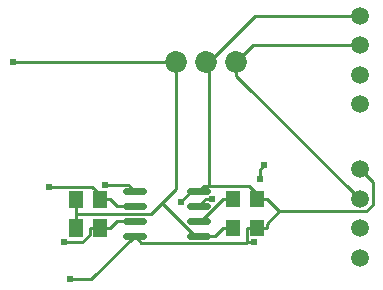
<source format=gtl>
G04 Layer: TopLayer*
G04 EasyEDA v6.5.3, 2022-04-04 11:44:29*
G04 441a04c8791b4462941eed85b5e579c0,ea473c994f494bc6b3a27bf06e4933c6,10*
G04 Gerber Generator version 0.2*
G04 Scale: 100 percent, Rotated: No, Reflected: No *
G04 Dimensions in millimeters *
G04 leading zeros omitted , absolute positions ,4 integer and 5 decimal *
%FSLAX45Y45*%
%MOMM*%

%ADD10C,0.2540*%
%ADD11C,0.5684*%
%ADD12C,0.6100*%
%ADD13R,1.1600X1.4500*%
%ADD15C,1.5000*%
%ADD16C,1.8499*%

%LPD*%
D10*
X2682697Y-2241321D02*
G01*
X2743200Y-2241321D01*
X1729486Y-2190495D02*
G01*
X1786001Y-2247011D01*
X2677007Y-2247011D01*
X2682697Y-2241321D01*
X2682697Y-2241321D02*
G01*
X2682697Y-2120900D01*
X1729486Y-2190495D02*
G01*
X1362532Y-2557449D01*
X1181100Y-2557449D01*
X2270506Y-1809495D02*
G01*
X2207513Y-1809495D01*
X2119172Y-1897837D01*
X2363724Y-1765045D02*
G01*
X2314956Y-1765045D01*
X2270506Y-1809495D01*
X2363724Y-713409D02*
G01*
X2363724Y-1765045D01*
X3634993Y-324993D02*
G01*
X2752140Y-324993D01*
X2363724Y-713409D01*
X2363724Y-713409D02*
G01*
X2336800Y-713409D01*
X2811576Y-1879600D02*
G01*
X2697022Y-1765045D01*
X2363724Y-1765045D01*
X2811576Y-1879600D02*
G01*
X2854528Y-1879600D01*
X2768600Y-1879600D02*
G01*
X2811576Y-1879600D01*
X2768600Y-2120900D02*
G01*
X2854528Y-2120900D01*
X2956483Y-1981555D02*
G01*
X2854528Y-2083511D01*
X2854528Y-2120900D01*
X3634993Y-1624990D02*
G01*
X3744163Y-1734159D01*
X3744163Y-1926209D01*
X3688816Y-1981555D01*
X2956483Y-1981555D01*
X2956483Y-1981555D02*
G01*
X2854528Y-1879600D01*
X2768600Y-2120900D02*
G01*
X2682697Y-2120900D01*
X2791307Y-1710131D02*
G01*
X2791307Y-1627759D01*
X2826816Y-1592249D01*
X2082800Y-713409D02*
G01*
X697992Y-713409D01*
X1959305Y-1912162D02*
G01*
X1871218Y-2000250D01*
X1231925Y-2000250D01*
X2082800Y-713409D02*
G01*
X2082800Y-1788668D01*
X1959305Y-1912162D01*
X1959305Y-1912162D02*
G01*
X2237613Y-2190495D01*
X2270506Y-2190495D01*
X1231925Y-2000250D02*
G01*
X1231925Y-2120925D01*
X1231925Y-1879625D02*
G01*
X1231925Y-2000250D01*
X2565400Y-2120900D02*
G01*
X2479497Y-2120900D01*
X2270506Y-2190495D02*
G01*
X2409901Y-2190495D01*
X2479497Y-2120900D01*
X1435125Y-2120925D02*
G01*
X1521028Y-2120925D01*
X1729486Y-2063495D02*
G01*
X1578457Y-2063495D01*
X1521028Y-2120925D01*
X1349197Y-2120925D02*
G01*
X1349197Y-2177034D01*
X1284401Y-2241829D01*
X1133094Y-2241829D01*
X1435125Y-2120925D02*
G01*
X1349197Y-2120925D01*
X1478076Y-1879625D02*
G01*
X1373200Y-1774748D01*
X1006094Y-1774748D01*
X1478076Y-1879625D02*
G01*
X1521028Y-1879625D01*
X1435125Y-1879625D02*
G01*
X1478076Y-1879625D01*
X1729486Y-1936495D02*
G01*
X1577898Y-1936495D01*
X1521028Y-1879625D01*
X2382748Y-1872945D02*
G01*
X2334056Y-1872945D01*
X2270506Y-1936495D01*
X1478534Y-1756841D02*
G01*
X1676831Y-1756841D01*
X1729486Y-1809495D01*
X3634993Y-575005D02*
G01*
X2729204Y-575005D01*
X2590800Y-713409D01*
X3634993Y-1875002D02*
G01*
X2590800Y-830808D01*
X2590800Y-713409D01*
X2270506Y-2063495D02*
G01*
X2295601Y-2063495D01*
X2479497Y-1879600D01*
X2565400Y-1879600D02*
G01*
X2479497Y-1879600D01*
D11*
X2201415Y-2190495D02*
G01*
X2339596Y-2190495D01*
X2201415Y-2063495D02*
G01*
X2339596Y-2063495D01*
X2201415Y-1936495D02*
G01*
X2339596Y-1936495D01*
X2201415Y-1809495D02*
G01*
X2339596Y-1809495D01*
X1660395Y-2190495D02*
G01*
X1798576Y-2190495D01*
X1660395Y-2063495D02*
G01*
X1798576Y-2063495D01*
X1660395Y-1936495D02*
G01*
X1798576Y-1936495D01*
X1660395Y-1809495D02*
G01*
X1798576Y-1809495D01*
D13*
G01*
X2768600Y-2120900D03*
G01*
X2565400Y-2120900D03*
G01*
X2768600Y-1879600D03*
G01*
X2565400Y-1879600D03*
G36*
X1173911Y-2047417D02*
G01*
X1289913Y-2047417D01*
X1289913Y-2194407D01*
X1173911Y-2194407D01*
G37*
G36*
X1377111Y-2047417D02*
G01*
X1493113Y-2047417D01*
X1493113Y-2194407D01*
X1377111Y-2194407D01*
G37*
G36*
X1173911Y-1806117D02*
G01*
X1289913Y-1806117D01*
X1289913Y-1953107D01*
X1173911Y-1953107D01*
G37*
G36*
X1377111Y-1806117D02*
G01*
X1493113Y-1806117D01*
X1493113Y-1953107D01*
X1377111Y-1953107D01*
G37*
D15*
G01*
X3634993Y-324993D03*
G01*
X3634993Y-575005D03*
G01*
X3634993Y-824992D03*
G01*
X3634993Y-1075004D03*
D16*
G01*
X2590800Y-713409D03*
G01*
X2336800Y-713409D03*
G01*
X2082800Y-713409D03*
D15*
G01*
X3634993Y-1624990D03*
G01*
X3634993Y-1875002D03*
G01*
X3634993Y-2124989D03*
G01*
X3634993Y-2375001D03*
D12*
G01*
X2743200Y-2241321D03*
G01*
X1181100Y-2557449D03*
G01*
X2119172Y-1897837D03*
G01*
X2826816Y-1592249D03*
G01*
X2791307Y-1710131D03*
G01*
X697992Y-713409D03*
G01*
X1133094Y-2241829D03*
G01*
X1006094Y-1774748D03*
G01*
X2382748Y-1872945D03*
G01*
X1478534Y-1756841D03*
M02*

</source>
